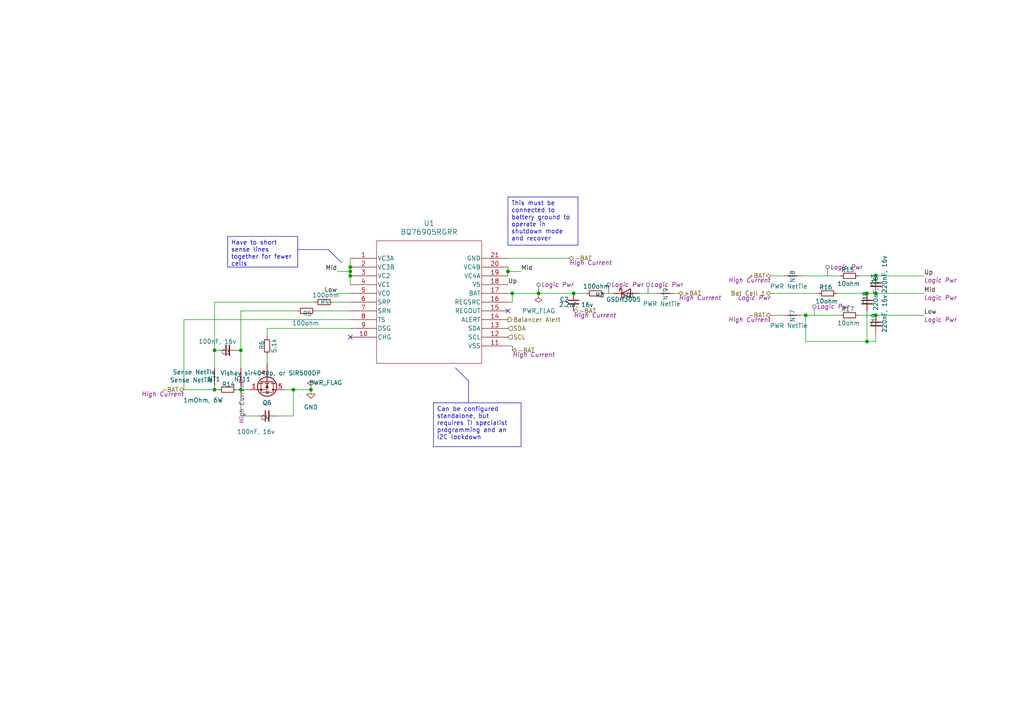
<source format=kicad_sch>
(kicad_sch (version 20250114) (generator "eeschema") (generator_version "9.0")
  (paper "A4")
  (title_block (title "Klipper-To-CACKLE") (date "2025-04-05") (rev "V1") (company "Author: Asher Edwards") (comment 1 "Licensed under CERN-OHL-S"))
  (lib_symbols
    (symbol "BQ76905:BQ76905RGRR" (pin_names (offset 0.254))
      (property "Reference" "U" (at 22.86 10.16 0))
      (property "Value" "BQ76905RGRR" (at 22.86 7.62 0))
      (symbol "BQ76905RGRR_0_1"
        (polyline (pts (xy 7.62 5.08) (xy 7.62 -30.48)) (stroke (width 0.127)))
        (polyline (pts (xy 7.62 -30.48) (xy 38.1 -30.48)) (stroke (width 0.127)))
        (polyline (pts (xy 38.1 5.08) (xy 7.62 5.08)) (stroke (width 0.127)))
        (polyline (pts (xy 38.1 -30.48) (xy 38.1 5.08)) (stroke (width 0.127)))
        (pin unspecified line (at 0 0 0) (length 7.62) (name "VC3A") (number "1"))
        (pin unspecified line (at 0 -2.54 0) (length 7.62) (name "VC3B") (number "2"))
        (pin unspecified line (at 0 -5.08 0) (length 7.62) (name "VC2") (number "3"))
        (pin unspecified line (at 0 -7.62 0) (length 7.62) (name "VC1") (number "4"))
        (pin unspecified line (at 0 -10.16 0) (length 7.62) (name "VC0") (number "5"))
        (pin unspecified line (at 0 -12.7 0) (length 7.62) (name "SRP") (number "6"))
        (pin unspecified line (at 0 -15.24 0) (length 7.62) (name "SRN") (number "7"))
        (pin unspecified line (at 0 -17.78 0) (length 7.62) (name "TS") (number "8"))
        (pin unspecified line (at 0 -20.32 0) (length 7.62) (name "DSG") (number "9"))
        (pin unspecified line (at 0 -22.86 0) (length 7.62) (name "CHG") (number "10"))
        (pin power_out line (at 45.72 0 180) (length 7.62) (name "GND") (number "21"))
        (pin unspecified line (at 45.72 -2.54 180) (length 7.62) (name "VC4B") (number "20"))
        (pin unspecified line (at 45.72 -5.08 180) (length 7.62) (name "VC4A") (number "19"))
        (pin unspecified line (at 45.72 -7.62 180) (length 7.62) (name "V5") (number "18"))
        (pin power_in line (at 45.72 -10.16 180) (length 7.62) (name "BAT") (number "17"))
        (pin unspecified line (at 45.72 -12.7 180) (length 7.62) (name "REGSRC") (number "16"))
        (pin output line (at 45.72 -15.24 180) (length 7.62) (name "REGOUT") (number "15"))
        (pin output line (at 45.72 -17.78 180) (length 7.62) (name "ALERT") (number "14"))
        (pin bidirectional line (at 45.72 -20.32 180) (length 7.62) (name "SDA") (number "13"))
        (pin bidirectional line (at 45.72 -22.86 180) (length 7.62) (name "SCL") (number "12"))
        (pin power_out line (at 45.72 -25.4 180) (length 7.62) (name "VSS") (number "11"))
      )
    )
    (symbol "Device:C_Small" (pin_numbers (hide yes)) (pin_names (offset 0.254) (hide yes))
      (property "Reference" "C" (at 0.254 1.778 0))
      (property "Value" "C_Small" (at 0.254 -2.032 0))
      (symbol "C_Small_0_1"
        (polyline (pts (xy -1.524 0.508) (xy 1.524 0.508)) (stroke (width 0.3048)))
        (polyline (pts (xy -1.524 -0.508) (xy 1.524 -0.508)) (stroke (width 0.3302)))
      )
      (symbol "C_Small_1_1"
        (pin passive line (at 0 2.54 270) (length 2.032) (name "~") (number "1"))
        (pin passive line (at 0 -2.54 90) (length 2.032) (name "~") (number "2"))
      )
    )
    (symbol "Device:D_Schottky" (pin_numbers (hide yes)) (pin_names (offset 1.016) (hide yes))
      (property "Reference" "D" (at 0 2.54 0))
      (property "Value" "D_Schottky" (at 0 -2.54 0))
      (symbol "D_Schottky_0_1"
        (polyline (pts (xy -1.905 0.635) (xy -1.905 1.27) (xy -1.27 1.27) (xy -1.27 -1.27) (xy -0.635 -1.27) (xy -0.635 -0.635)) (stroke (width 0.254)))
        (polyline (pts (xy 1.27 1.27) (xy 1.27 -1.27) (xy -1.27 0) (xy 1.27 1.27)) (stroke (width 0.254)))
        (polyline (pts (xy 1.27 0) (xy -1.27 0)))
      )
      (symbol "D_Schottky_1_1"
        (pin passive line (at -3.81 0 0) (length 2.54) (name "K") (number "1"))
        (pin passive line (at 3.81 0 180) (length 2.54) (name "A") (number "2"))
      )
    )
    (symbol "Device:NetTie_2" (pin_numbers (hide yes)) (pin_names (offset 0) (hide yes)) (in_bom no)
      (property "Reference" "NT" (at 0 1.27 0))
      (property "Value" "NetTie_2" (at 0 -1.27 0))
      (symbol "NetTie_2_0_1"
        (polyline (pts (xy -1.27 0) (xy 1.27 0)) (stroke (width 0.254)))
      )
      (symbol "NetTie_2_1_1"
        (pin passive line (at -2.54 0 0) (length 2.54) (name "1") (number "1"))
        (pin passive line (at 2.54 0 180) (length 2.54) (name "2") (number "2"))
      )
    )
    (symbol "Device:R_Small" (pin_numbers (hide yes)) (pin_names (offset 0.254) (hide yes))
      (property "Reference" "R" (at 0.762 0.508 0))
      (property "Value" "R_Small" (at 0.762 -1.016 0))
      (symbol "R_Small_0_1"
        (rectangle (start -0.762 1.778) (end 0.762 -1.778) (stroke (width 0.2032)))
      )
      (symbol "R_Small_1_1"
        (pin passive line (at 0 2.54 270) (length 0.762) (name "~") (number "1"))
        (pin passive line (at 0 -2.54 90) (length 0.762) (name "~") (number "2"))
      )
    )
    (symbol "custom_Device:Q_NMOS_SGD_8-pin" (pin_names (offset 0) (hide yes))
      (property "Reference" "Q" (at 6.35 1.2701 0))
      (property "Value" "Q_NMOS_SGD_8-pin" (at 6.35 -1.2699 0))
      (symbol "Q_NMOS_SGD_8-pin_0_1"
        (polyline (pts (xy 0.254 1.905) (xy 0.254 -1.905)) (stroke (width 0.254)))
        (polyline (pts (xy 0.254 0) (xy -2.54 0)))
        (polyline (pts (xy 0.762 2.286) (xy 0.762 1.27)) (stroke (width 0.254)))
        (polyline (pts (xy 0.762 0.508) (xy 0.762 -0.508)) (stroke (width 0.254)))
        (polyline (pts (xy 0.762 -1.27) (xy 0.762 -2.286)) (stroke (width 0.254)))
        (polyline (pts (xy 0.762 -1.778) (xy 3.302 -1.778) (xy 3.302 1.778) (xy 0.762 1.778)))
        (polyline (pts (xy 1.016 0) (xy 2.032 0.381) (xy 2.032 -0.381) (xy 1.016 0)) (fill (type outline)))
        (circle (center 1.651 0) (radius 2.794) (stroke (width 0.254)))
        (polyline (pts (xy 2.54 2.54) (xy 2.54 1.778)))
        (circle (center 2.54 1.778) (radius 0.254) (fill (type outline)))
        (circle (center 2.54 -1.778) (radius 0.254) (fill (type outline)))
        (polyline (pts (xy 2.54 -2.54) (xy 2.54 0) (xy 0.762 0)))
        (polyline (pts (xy 2.794 0.508) (xy 2.921 0.381) (xy 3.683 0.381) (xy 3.81 0.254)))
        (polyline (pts (xy 3.302 0.381) (xy 2.921 -0.254) (xy 3.683 -0.254) (xy 3.302 0.381)))
      )
      (symbol "Q_NMOS_SGD_8-pin_1_1"
        (pin input line (at -5.08 0 0) (length 5.08) (name "G") (number "4"))
        (pin passive line (at 2.54 5.08 270) (length 2.54) (name "D") (number "5"))
        (pin passive line (at 2.54 5.08 270) (length 2.54) (hide yes) (name "D") (number "6"))
        (pin passive line (at 2.54 5.08 270) (length 2.54) (hide yes) (name "D") (number "7"))
        (pin passive line (at 2.54 5.08 270) (length 2.54) (hide yes) (name "D") (number "8"))
        (pin passive line (at 2.54 -5.08 90) (length 2.54) (name "S") (number "1"))
        (pin passive line (at 2.54 -5.08 90) (length 2.54) (hide yes) (name "S") (number "2"))
        (pin passive line (at 2.54 -5.08 90) (length 2.54) (hide yes) (name "S") (number "3"))
      )
    )
    (symbol "power:GND" (power) (pin_numbers (hide yes)) (pin_names (offset 0) (hide yes))
      (property "Value" "GND" (at 0 -3.81 0))
      (symbol "GND_0_1"
        (polyline (pts (xy 0 0) (xy 0 -1.27) (xy 1.27 -1.27) (xy 0 -2.54) (xy -1.27 -1.27) (xy 0 -1.27)))
      )
      (symbol "GND_1_1"
        (pin power_in line (at 0 0 270) (length 0) (name "~") (number "1"))
      )
    )
    (symbol "power:PWR_FLAG" (power) (pin_numbers (hide yes)) (pin_names (offset 0) (hide yes))
      (property "Value" "PWR_FLAG" (at 0 3.81 0))
      (symbol "PWR_FLAG_0_0"
        (pin power_out line (at 0 0 90) (length 0) (name "~") (number "1"))
      )
      (symbol "PWR_FLAG_0_1"
        (polyline (pts (xy 0 0) (xy 0 1.27) (xy -1.016 1.905) (xy 0 2.54) (xy 1.016 1.905) (xy 0 1.27)))
      )
    )
  )
  (text_box "This must be connected to battery ground to operate in shutdown mode and recover" (at 147.32 57.15 0) (size 20.32 13.97) (margins 0.9525 0.9525 0.9525 0.9525) (effects (font (size 1.27 1.27)) (justify left top)))
  (text_box "Can be configured standalone, but requires TI specialist programming and an I2C lockdown" (at 125.73 116.84 0) (size 25.4 12.7) (margins 0.9525 0.9525 0.9525 0.9525) (effects (font (size 1.27 1.27)) (justify left top)))
  (text_box "Have to short sense lines together for fewer cells" (at 66.04 68.58 0) (size 20.32 8.89) (margins 0.9525 0.9525 0.9525 0.9525) (effects (font (size 1.27 1.27)) (justify left top)))
  (junction (at 147.32 78.74))
  (junction (at 69.85 113.03))
  (junction (at 254 80.01))
  (junction (at 62.23 113.03))
  (junction (at 90.17 113.03))
  (junction (at 156.21 85.09))
  (junction (at 62.23 101.6))
  (junction (at 101.6 80.01))
  (junction (at 85.09 113.03))
  (junction (at 101.6 78.74))
  (junction (at 254 91.44))
  (junction (at 166.37 85.09))
  (junction (at 101.6 77.47))
  (junction (at 233.68 91.44))
  (junction (at 254 85.09))
  (junction (at 148.59 85.09))
  (junction (at 69.85 101.6))
  (junction (at 251.46 99.06))
  (junction (at 251.46 85.09))
  (no_connect (at 147.32 90.17))
  (no_connect (at 101.6 97.79))
  (wire (pts (xy 91.44 90.17) (xy 101.6 90.17)))
  (wire (pts (xy 69.85 90.17) (xy 86.36 90.17)))
  (wire (pts (xy 232.41 80.01) (xy 243.84 80.01)))
  (wire (pts (xy 62.23 101.6) (xy 63.5 101.6)))
  (wire (pts (xy 248.92 80.01) (xy 254 80.01)))
  (wire (pts (xy 147.32 87.63) (xy 148.59 87.63)))
  (wire (pts (xy 242.57 85.09) (xy 251.46 85.09)))
  (wire (pts (xy 80.01 120.65) (xy 85.09 120.65)))
  (wire (pts (xy 77.47 95.25) (xy 77.47 97.79)))
  (polyline (pts (xy 132.08 106.68) (xy 135.89 110.49)))
  (wire (pts (xy 101.6 77.47) (xy 101.6 78.74)))
  (wire (pts (xy 101.6 95.25) (xy 77.47 95.25)))
  (wire (pts (xy 251.46 90.17) (xy 251.46 99.06)))
  (polyline (pts (xy 135.89 116.84) (xy 135.89 110.49)))
  (wire (pts (xy 96.52 87.63) (xy 101.6 87.63)))
  (wire (pts (xy 101.6 74.93) (xy 101.6 77.47)))
  (wire (pts (xy 101.6 80.01) (xy 101.6 82.55)))
  (wire (pts (xy 85.09 113.03) (xy 90.17 113.03)))
  (wire (pts (xy 68.58 101.6) (xy 69.85 101.6)))
  (wire (pts (xy 254 80.01) (xy 267.97 80.01)))
  (wire (pts (xy 97.79 85.09) (xy 101.6 85.09)))
  (wire (pts (xy 148.59 85.09) (xy 156.21 85.09)))
  (wire (pts (xy 233.68 91.44) (xy 243.84 91.44)))
  (wire (pts (xy 69.85 90.17) (xy 69.85 101.6)))
  (wire (pts (xy 53.34 92.71) (xy 53.34 113.03)))
  (wire (pts (xy 223.52 85.09) (xy 237.49 85.09)))
  (wire (pts (xy 101.6 78.74) (xy 101.6 80.01)))
  (wire (pts (xy 223.52 91.44) (xy 227.33 91.44)))
  (wire (pts (xy 166.37 85.09) (xy 170.18 85.09)))
  (wire (pts (xy 53.34 92.71) (xy 101.6 92.71)))
  (wire (pts (xy 62.23 113.03) (xy 63.5 113.03)))
  (wire (pts (xy 148.59 87.63) (xy 148.59 85.09)))
  (wire (pts (xy 254 96.52) (xy 254 99.06)))
  (wire (pts (xy 254 91.44) (xy 267.97 91.44)))
  (wire (pts (xy 69.85 111.76) (xy 69.85 113.03)))
  (wire (pts (xy 77.47 102.87) (xy 77.47 105.41)))
  (wire (pts (xy 147.32 100.33) (xy 148.59 100.33)))
  (wire (pts (xy 232.41 91.44) (xy 233.68 91.44)))
  (wire (pts (xy 147.32 78.74) (xy 147.32 80.01)))
  (wire (pts (xy 177.8 85.09) (xy 175.26 85.09)))
  (wire (pts (xy 82.55 113.03) (xy 85.09 113.03)))
  (wire (pts (xy 233.68 91.44) (xy 233.68 99.06)))
  (wire (pts (xy 251.46 99.06) (xy 233.68 99.06)))
  (wire (pts (xy 97.79 78.74) (xy 101.6 78.74)))
  (polyline (pts (xy 86.36 72.39) (xy 95.25 72.39)))
  (wire (pts (xy 248.92 91.44) (xy 254 91.44)))
  (wire (pts (xy 62.23 101.6) (xy 62.23 106.68)))
  (wire (pts (xy 62.23 87.63) (xy 91.44 87.63)))
  (wire (pts (xy 74.93 120.65) (xy 69.85 120.65)))
  (wire (pts (xy 85.09 120.65) (xy 85.09 113.03)))
  (wire (pts (xy 254 99.06) (xy 251.46 99.06)))
  (wire (pts (xy 151.13 78.74) (xy 147.32 78.74)))
  (wire (pts (xy 69.85 101.6) (xy 69.85 106.68)))
  (wire (pts (xy 147.32 85.09) (xy 148.59 85.09)))
  (wire (pts (xy 148.59 100.33) (xy 148.59 101.6)))
  (wire (pts (xy 68.58 113.03) (xy 69.85 113.03)))
  (wire (pts (xy 156.21 85.09) (xy 166.37 85.09)))
  (wire (pts (xy 223.52 80.01) (xy 227.33 80.01)))
  (wire (pts (xy 53.34 113.03) (xy 62.23 113.03)))
  (wire (pts (xy 254 85.09) (xy 267.97 85.09)))
  (polyline (pts (xy 95.25 72.39) (xy 99.06 76.2)))
  (wire (pts (xy 147.32 74.93) (xy 165.1 74.93)))
  (wire (pts (xy 62.23 87.63) (xy 62.23 101.6)))
  (wire (pts (xy 185.42 85.09) (xy 190.5 85.09)))
  (wire (pts (xy 69.85 120.65) (xy 69.85 113.03)))
  (wire (pts (xy 147.32 77.47) (xy 147.32 78.74)))
  (wire (pts (xy 62.23 111.76) (xy 62.23 113.03)))
  (wire (pts (xy 251.46 85.09) (xy 254 85.09)))
  (wire (pts (xy 195.58 85.09) (xy 196.85 85.09)))
  (wire (pts (xy 72.39 113.03) (xy 69.85 113.03)))
  (label "Up" (at 267.97 80.01 0) (property "Netclass" "Logic Pwr" (at 267.97 81.28 0) (effects (font (italic yes)) (justify left))))
  (label "Mid" (at 267.97 85.09 0) (property "Netclass" "Logic Pwr" (at 267.97 86.36 0) (effects (font (italic yes)) (justify left))))
  (label "Up" (at 147.32 82.55 0))
  (label "Low" (at 267.97 91.44 0) (property "Netclass" "Logic Pwr" (at 267.97 92.71 0) (effects (font (italic yes)) (justify left))))
  (label "Low" (at 97.79 85.09 180))
  (label "Mid" (at 97.79 78.74 180))
  (label "Mid" (at 151.13 78.74 0))
  (hierarchical_label "-BAT" (shape bidirectional) (at 148.59 101.6 0) (property "Netclass" "High Current" (at 148.59 102.87 0) (effects (font (italic yes)) (justify left))))
  (hierarchical_label "-BAT" (shape bidirectional) (at 223.52 91.44 180) (property "Netclass" "High Current" (at 223.52 92.71 0) (effects (font (italic yes)) (justify right))))
  (hierarchical_label "-BAT" (shape bidirectional) (at 166.37 90.17 0) (property "Netclass" "High Current" (at 166.37 91.44 0) (effects (font (italic yes)) (justify left))))
  (hierarchical_label "SDA" (shape input) (at 147.32 95.25 0))
  (hierarchical_label "-BAT" (shape bidirectional) (at 53.34 113.03 180) (property "Netclass" "High Current" (at 53.34 114.3 0) (effects (font (italic yes)) (justify right))))
  (hierarchical_label "Bat Cell 1" (shape bidirectional) (at 223.52 85.09 180) (property "Netclass" "Logic Pwr" (at 223.52 86.36 0) (effects (font (italic yes)) (justify right))))
  (hierarchical_label "SCL" (shape input) (at 147.32 97.79 0))
  (hierarchical_label "+BAT" (shape bidirectional) (at 223.52 80.01 180) (property "Netclass" "High Current" (at 223.52 81.28 0) (effects (font (italic yes)) (justify right))))
  (hierarchical_label "-BAT" (shape bidirectional) (at 165.1 74.93 0) (property "Netclass" "High Current" (at 165.1 76.2 0) (effects (font (italic yes)) (justify left))))
  (hierarchical_label "+BAT" (shape bidirectional) (at 196.85 85.09 0) (property "Netclass" "High Current" (at 196.85 86.36 0) (effects (font (italic yes)) (justify left))))
  (hierarchical_label "Balancer Alert" (shape output) (at 147.32 92.71 0))
  (netclass_flag "" (length 2.54) (shape round) (at 187.96 85.09 0) (property "Netclass" "Logic Pwr" (at 188.6585 82.55 0) (effects (font (italic yes)) (justify left))))
  (netclass_flag "" (length 2.54) (shape round) (at 176.53 85.09 0) (property "Netclass" "Logic Pwr" (at 177.2285 82.55 0) (effects (font (italic yes)) (justify left))))
  (netclass_flag "" (length 2.54) (shape round) (at 156.21 85.09 0) (property "Netclass" "Logic Pwr" (at 156.9085 82.55 0) (effects (font (italic yes)) (justify left))))
  (netclass_flag "" (length 2.54) (shape round) (at 240.03 80.01 0) (property "Netclass" "Logic Pwr" (at 240.7285 77.47 0) (effects (font (italic yes)) (justify left))))
  (netclass_flag "" (length 2.54) (shape round) (at 69.85 113.03 0) (property "Netclass" "High Current" (at 70.104 122.936 90) (effects (font (italic yes)) (justify left))))
  (netclass_flag "" (length 2.54) (shape round) (at 236.22 91.44 0) (property "Netclass" "Logic Pwr" (at 236.9185 88.9 0) (effects (font (italic yes)) (justify left))))
  (symbol (lib_id "Device:NetTie_2") (at 62.23 109.22 90) (unit 1) (in_bom no)
    (property "Reference" "NT1" (at 60.198 109.982 90) (effects (justify right)))
    (property "Value" "Sense NetTie" (at 49.276 110.236 90) (effects (justify right)))
    (property "Footprint" "custom_Connector:NetTie-2_SMD_Pad0.2mm" (effects (hide yes)))
    (property "Description" "Net tie, 2 pins" (effects (hide yes)))
  )
  (symbol (lib_id "Device:C_Small") (at 66.04 101.6 90) (mirror x) (unit 1)
    (property "Reference" "C3" (at 66.802 102.108 90) (effects (justify left)))
    (property "Value" "100nF, 16v" (at 68.58 99.06 90) (effects (justify left)))
    (property "Footprint" "Capacitor_SMD:C_0402_1005Metric" (effects (hide yes)))
    (property "Description" "Unpolarized capacitor, small symbol" (effects (hide yes)))
    (property "LCSC" "C1525" (effects (hide yes)))
  )
  (symbol (lib_id "power:GND") (at 90.17 113.03 0) (unit 1)
    (property "Reference" "#PWR01" (effects (hide yes)))
    (property "Value" "GND" (at 90.17 118.11 0))
    (property "Description" "Power symbol creates a global label with name \"GND\" , ground" (effects (hide yes)))
  )
  (symbol (lib_id "Device:R_Small") (at 77.47 100.33 0) (mirror y) (unit 1)
    (property "Reference" "R6" (at 75.946 100.076 90))
    (property "Value" "5.1k" (at 79.502 100.33 90))
    (property "Footprint" "Resistor_SMD:R_0402_1005Metric" (effects (hide yes)))
    (property "Description" "Resistor, small symbol" (effects (hide yes)))
    (property "LCSC" "C25905" (effects (hide yes)))
  )
  (symbol (lib_id "BQ76905:BQ76905RGRR") (at 101.6 74.93 0) (unit 1)
    (property "Reference" "U1" (at 124.46 64.77 0) (effects (font (size 1.524 1.524))))
    (property "Value" "BQ76905RGRR" (at 124.46 67.31 0) (effects (font (size 1.524 1.524))))
    (property "Footprint" "BQ76905:VQFN20_RGR_TEX" (effects (hide yes)))
    (property "Datasheet" "BQ76905RGRR" (effects (hide yes)))
    (property "LCSC" "C22394458" (effects (hide yes)))
  )
  (symbol (lib_id "Device:NetTie_2") (at 193.04 85.09 180) (unit 1) (in_bom no)
    (property "Reference" "NT9" (at 193.04 87.122 90) (effects (justify right)))
    (property "Value" "PWR NetTie" (at 186.436 88.138 0) (effects (justify right)))
    (property "Footprint" "custom_Connector:NetTie-2_SMD_Pad0.28mm" (effects (hide yes)))
    (property "Description" "Net tie, 2 pins" (effects (hide yes)))
  )
  (symbol (lib_id "Device:R_Small") (at 172.72 85.09 270) (unit 1)
    (property "Reference" "R3" (at 173.99 85.598 90))
    (property "Value" "100ohm" (at 172.974 83.058 90))
    (property "Footprint" "Resistor_SMD:R_0402_1005Metric" (effects (hide yes)))
    (property "Description" "Resistor, small symbol" (effects (hide yes)))
    (property "LCSC" "C25076" (effects (hide yes)))
  )
  (symbol (lib_id "custom_Device:Q_NMOS_SGD_8-pin") (at 77.47 110.49 270) (unit 1)
    (property "Reference" "Q6" (at 77.47 116.84 90))
    (property "Value" "Vishay sir404dp, or SiR500DP" (at 78.486 108.204 90))
    (property "Footprint" "Package_DFN_QFN:PQFN-8-EP_6x5mm_P1.27mm_Generic" (effects (hide yes)))
    (property "Description" "N-MOSFET transistor, source/gate/drain" (effects (hide yes)))
    (property "Sim.Device" "NMOS" (effects (hide yes)))
    (property "Sim.Type" "VDMOS" (effects (hide yes)))
    (property "Sim.Pins" "1,2,3=S 4=G 5,6,7,8=D" (effects (hide yes)))
    (property "LCSC" "C3289487" (effects (hide yes)))
    (property "Rotation Offset" "270" (effects (hide yes)))
  )
  (symbol (lib_id "Device:C_Small") (at 77.47 120.65 90) (mirror x) (unit 1)
    (property "Reference" "C4" (at 78.232 121.158 90) (effects (justify left)))
    (property "Value" "100nF, 16v" (at 79.756 125.222 90) (effects (justify left)))
    (property "Footprint" "Capacitor_SMD:C_0402_1005Metric" (effects (hide yes)))
    (property "Description" "Unpolarized capacitor, small symbol" (effects (hide yes)))
    (property "LCSC" "C1525" (effects (hide yes)))
  )
  (symbol (lib_id "power:PWR_FLAG") (at 156.21 85.09 180) (unit 1)
    (property "Reference" "#FLG03" (effects (hide yes)))
    (property "Value" "PWR_FLAG" (at 156.21 90.17 0))
    (property "Description" "Special symbol for telling ERC where power comes from" (effects (hide yes)))
  )
  (symbol (lib_id "Device:NetTie_2") (at 229.87 91.44 180) (unit 1) (in_bom no)
    (property "Reference" "NT7" (at 229.87 93.472 90) (effects (justify right)))
    (property "Value" "PWR NetTie" (at 223.266 94.488 0) (effects (justify right)))
    (property "Footprint" "custom_Connector:NetTie-2_SMD_Pad0.28mm" (effects (hide yes)))
    (property "Description" "Net tie, 2 pins" (effects (hide yes)))
  )
  (symbol (lib_id "Device:R_Small") (at 240.03 85.09 270) (unit 1)
    (property "Reference" "R16" (at 239.522 83.312 90))
    (property "Value" "10ohm" (at 239.776 87.376 90))
    (property "Footprint" "Resistor_SMD:R_0402_1005Metric" (effects (hide yes)))
    (property "Description" "Resistor, small symbol" (effects (hide yes)))
    (property "LCSC" "C25077" (effects (hide yes)))
  )
  (symbol (lib_id "Device:NetTie_2") (at 229.87 80.01 180) (unit 1) (in_bom no)
    (property "Reference" "NT8" (at 229.87 82.042 90) (effects (justify right)))
    (property "Value" "PWR NetTie" (at 223.266 83.058 0) (effects (justify right)))
    (property "Footprint" "custom_Connector:NetTie-2_SMD_Pad0.28mm" (effects (hide yes)))
    (property "Description" "Net tie, 2 pins" (effects (hide yes)))
  )
  (symbol (lib_id "Device:C_Small") (at 254 93.98 0) (mirror y) (unit 1)
    (property "Reference" "C19" (at 253.492 94.742 90) (effects (justify left)))
    (property "Value" "220nF, 16v" (at 256.54 96.52 90) (effects (justify left)))
    (property "Footprint" "Capacitor_SMD:C_0402_1005Metric" (effects (hide yes)))
    (property "Description" "Unpolarized capacitor, small symbol" (effects (hide yes)))
    (property "LCSC" "C16772" (effects (hide yes)))
  )
  (symbol (lib_id "Device:C_Small") (at 251.46 87.63 0) (mirror y) (unit 1)
    (property "Reference" "C18" (at 250.952 88.392 90) (effects (justify left)))
    (property "Value" "220nF, 16v" (at 254 90.17 90) (effects (justify left)))
    (property "Footprint" "Capacitor_SMD:C_0402_1005Metric" (effects (hide yes)))
    (property "Description" "Unpolarized capacitor, small symbol" (effects (hide yes)))
    (property "LCSC" "C16772" (effects (hide yes)))
  )
  (symbol (lib_id "Device:D_Schottky") (at 181.61 85.09 0) (unit 1)
    (property "Reference" "D1" (at 182.88 85.598 0))
    (property "Value" "GSDH3005" (at 180.848 86.868 0))
    (property "Footprint" "Diode_SMD:D_0402_1005Metric" (effects (hide yes)))
    (property "Description" "Schottky diode" (effects (hide yes)))
    (property "Sim.Device" "D" (effects (hide yes)))
    (property "Sim.Pins" "1=K 2=A" (effects (hide yes)))
    (property "LCSC" "C2837790" (effects (hide yes)))
  )
  (symbol (lib_id "Device:R_Small") (at 93.98 87.63 270) (unit 1)
    (property "Reference" "R4" (at 94.234 87.63 90))
    (property "Value" "100ohm" (at 94.488 85.598 90))
    (property "Footprint" "Resistor_SMD:R_0402_1005Metric" (effects (hide yes)))
    (property "Description" "Resistor, small symbol" (effects (hide yes)))
    (property "LCSC" "C25076" (effects (hide yes)))
  )
  (symbol (lib_id "Device:R_Small") (at 66.04 113.03 270) (mirror x) (unit 1)
    (property "Reference" "R14" (at 66.294 111.506 90))
    (property "Value" "1mOhm, 6W" (at 58.928 116.078 90))
    (property "Footprint" "custom_Passives:R_2512_6332Metric_6W" (effects (hide yes)))
    (property "Description" "Resistor, small symbol" (effects (hide yes)))
    (property "LCSC" "C19270875" (effects (hide yes)))
  )
  (symbol (lib_id "Device:R_Small") (at 88.9 90.17 270) (unit 1)
    (property "Reference" "R5" (at 89.154 90.932 90))
    (property "Value" "100ohm" (at 88.646 93.726 90))
    (property "Footprint" "Resistor_SMD:R_0402_1005Metric" (effects (hide yes)))
    (property "Description" "Resistor, small symbol" (effects (hide yes)))
    (property "LCSC" "C25076" (effects (hide yes)))
  )
  (symbol (lib_id "Device:R_Small") (at 246.38 91.44 270) (unit 1)
    (property "Reference" "R17" (at 245.872 89.662 90))
    (property "Value" "10ohm" (at 246.126 93.726 90))
    (property "Footprint" "Resistor_SMD:R_0402_1005Metric" (effects (hide yes)))
    (property "Description" "Resistor, small symbol" (effects (hide yes)))
    (property "LCSC" "C25077" (effects (hide yes)))
  )
  (symbol (lib_id "Device:C_Small") (at 166.37 87.63 0) (unit 1)
    (property "Reference" "C2" (at 162.306 86.868 0) (effects (justify left)))
    (property "Value" "2.2uf, 16v" (at 162.052 88.392 0) (effects (justify left)))
    (property "Footprint" "Capacitor_SMD:C_0603_1608Metric" (effects (hide yes)))
    (property "Description" "Unpolarized capacitor, small symbol" (effects (hide yes)))
    (property "LCSC" "C23630" (effects (hide yes)))
  )
  (symbol (lib_id "power:PWR_FLAG") (at 90.17 113.03 0) (unit 1)
    (property "Reference" "#FLG04" (effects (hide yes)))
    (property "Value" "PWR_FLAG" (at 94.488 110.998 0))
    (property "Description" "Special symbol for telling ERC where power comes from" (effects (hide yes)))
  )
  (symbol (lib_id "Device:C_Small") (at 254 82.55 0) (mirror y) (unit 1)
    (property "Reference" "C13" (at 253.492 83.312 90) (effects (justify left)))
    (property "Value" "220nF, 16v" (at 256.54 85.09 90) (effects (justify left)))
    (property "Footprint" "Capacitor_SMD:C_0402_1005Metric" (effects (hide yes)))
    (property "Description" "Unpolarized capacitor, small symbol" (effects (hide yes)))
    (property "LCSC" "C16772" (effects (hide yes)))
  )
  (symbol (lib_id "Device:R_Small") (at 246.38 80.01 270) (unit 1)
    (property "Reference" "R15" (at 245.872 78.232 90))
    (property "Value" "10ohm" (at 246.126 82.296 90))
    (property "Footprint" "Resistor_SMD:R_0402_1005Metric" (effects (hide yes)))
    (property "Description" "Resistor, small symbol" (effects (hide yes)))
    (property "LCSC" "C25077" (effects (hide yes)))
  )
  (symbol (lib_id "Device:NetTie_2") (at 69.85 109.22 90) (unit 1) (in_bom no)
    (property "Reference" "NT11" (at 67.818 109.982 90) (effects (justify right)))
    (property "Value" "Sense NetTie" (at 50.038 107.95 90) (effects (justify right)))
    (property "Footprint" "custom_Connector:NetTie-2_SMD_Pad0.2mm" (effects (hide yes)))
    (property "Description" "Net tie, 2 pins" (effects (hide yes)))
  )
)
</source>
